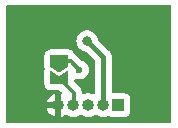
<source format=gbl>
%TF.GenerationSoftware,KiCad,Pcbnew,(5.99.0-9986-gea87f52d5a)*%
%TF.CreationDate,2021-05-05T12:52:16-03:00*%
%TF.ProjectId,Sensors_V2,53656e73-6f72-4735-9f56-322e6b696361,rev?*%
%TF.SameCoordinates,Original*%
%TF.FileFunction,Copper,L2,Bot*%
%TF.FilePolarity,Positive*%
%FSLAX46Y46*%
G04 Gerber Fmt 4.6, Leading zero omitted, Abs format (unit mm)*
G04 Created by KiCad (PCBNEW (5.99.0-9986-gea87f52d5a)) date 2021-05-05 12:52:16*
%MOMM*%
%LPD*%
G01*
G04 APERTURE LIST*
G04 Aperture macros list*
%AMFreePoly0*
4,1,6,1.000000,0.000000,0.500000,-0.750000,-0.500000,-0.750000,-0.500000,0.750000,0.500000,0.750000,1.000000,0.000000,1.000000,0.000000,$1*%
%AMFreePoly1*
4,1,6,0.500000,-0.750000,-0.650000,-0.750000,-0.150000,0.000000,-0.650000,0.750000,0.500000,0.750000,0.500000,-0.750000,0.500000,-0.750000,$1*%
G04 Aperture macros list end*
%TA.AperFunction,ComponentPad*%
%ADD10R,1.000000X1.000000*%
%TD*%
%TA.AperFunction,ComponentPad*%
%ADD11O,1.000000X1.000000*%
%TD*%
%TA.AperFunction,SMDPad,CuDef*%
%ADD12FreePoly0,270.000000*%
%TD*%
%TA.AperFunction,SMDPad,CuDef*%
%ADD13FreePoly1,270.000000*%
%TD*%
%TA.AperFunction,ViaPad*%
%ADD14C,0.600000*%
%TD*%
%TA.AperFunction,ViaPad*%
%ADD15C,0.800000*%
%TD*%
%TA.AperFunction,Conductor*%
%ADD16C,0.400000*%
%TD*%
%TA.AperFunction,Conductor*%
%ADD17C,0.350000*%
%TD*%
G04 APERTURE END LIST*
D10*
%TO.P,J1,1,Pin_1*%
%TO.N,+5V*%
X145000000Y-86000000D03*
D11*
%TO.P,J1,2,Pin_2*%
%TO.N,+12V*%
X143730000Y-86000000D03*
%TO.P,J1,3,Pin_3*%
%TO.N,/IN*%
X142460000Y-86000000D03*
%TO.P,J1,4,Pin_4*%
%TO.N,Net-(J1-Pad4)*%
X141190000Y-86000000D03*
%TO.P,J1,5,Pin_5*%
%TO.N,GND*%
X139920000Y-86000000D03*
%TD*%
D12*
%TO.P,JP1,1,1*%
%TO.N,Net-(JP1-Pad1)*%
X140000000Y-82275000D03*
D13*
%TO.P,JP1,2,2*%
%TO.N,Net-(J1-Pad4)*%
X140000000Y-83725000D03*
%TD*%
D14*
%TO.N,GND*%
X147500000Y-79800000D03*
D15*
%TO.N,+12V*%
X142350000Y-80550000D03*
D14*
%TO.N,Net-(JP1-Pad1)*%
X141700000Y-83000000D03*
%TD*%
D16*
%TO.N,+12V*%
X143730000Y-86000000D02*
X143730000Y-81930000D01*
X143730000Y-81930000D02*
X142350000Y-80550000D01*
D17*
%TO.N,Net-(JP1-Pad1)*%
X140975000Y-82275000D02*
X140000000Y-82275000D01*
X141700000Y-83000000D02*
X140975000Y-82275000D01*
%TO.N,Net-(J1-Pad4)*%
X140000000Y-83725000D02*
X141200000Y-84925000D01*
X141200000Y-85990000D02*
X141190000Y-86000000D01*
X141200000Y-84925000D02*
X141200000Y-85990000D01*
%TD*%
%TA.AperFunction,Conductor*%
%TO.N,GND*%
G36*
X149434121Y-77528002D02*
G01*
X149480614Y-77581658D01*
X149492000Y-77634000D01*
X149492000Y-87366000D01*
X149471998Y-87434121D01*
X149418342Y-87480614D01*
X149366000Y-87492000D01*
X135634000Y-87492000D01*
X135565879Y-87471998D01*
X135519386Y-87418342D01*
X135508000Y-87366000D01*
X135508000Y-86265975D01*
X138947473Y-86265975D01*
X138976436Y-86366983D01*
X138980955Y-86378395D01*
X139065688Y-86543268D01*
X139072335Y-86553581D01*
X139187480Y-86698858D01*
X139196003Y-86707684D01*
X139337175Y-86827831D01*
X139347247Y-86834831D01*
X139509066Y-86925268D01*
X139520306Y-86930179D01*
X139648769Y-86971919D01*
X139662867Y-86972322D01*
X139666000Y-86965950D01*
X139666000Y-86272115D01*
X139661525Y-86256876D01*
X139660135Y-86255671D01*
X139652452Y-86254000D01*
X138962154Y-86254000D01*
X138948623Y-86257973D01*
X138947473Y-86265975D01*
X135508000Y-86265975D01*
X135508000Y-85742832D01*
X138948073Y-85742832D01*
X138954632Y-85746000D01*
X139647885Y-85746000D01*
X139663124Y-85741525D01*
X139664329Y-85740135D01*
X139666000Y-85732452D01*
X139666000Y-85041948D01*
X139662027Y-85028417D01*
X139654232Y-85027297D01*
X139546443Y-85059021D01*
X139535059Y-85063620D01*
X139370778Y-85149504D01*
X139360517Y-85156218D01*
X139216041Y-85272380D01*
X139207281Y-85280958D01*
X139088119Y-85422970D01*
X139081193Y-85433084D01*
X138991882Y-85595542D01*
X138987054Y-85606806D01*
X138948377Y-85728731D01*
X138948073Y-85742832D01*
X135508000Y-85742832D01*
X135508000Y-81775000D01*
X138736500Y-81775000D01*
X138736500Y-82775000D01*
X138740570Y-82839528D01*
X138753155Y-82885214D01*
X138756398Y-82936605D01*
X138736500Y-83075000D01*
X138736500Y-84225000D01*
X138741727Y-84298079D01*
X138743631Y-84304562D01*
X138779761Y-84427611D01*
X138782904Y-84438316D01*
X138787775Y-84445895D01*
X138857051Y-84553691D01*
X138857053Y-84553694D01*
X138861923Y-84561271D01*
X138868733Y-84567172D01*
X138965569Y-84651082D01*
X138965572Y-84651084D01*
X138972381Y-84656984D01*
X138980579Y-84660728D01*
X139000186Y-84669682D01*
X139105330Y-84717700D01*
X139114245Y-84718982D01*
X139114246Y-84718982D01*
X139245552Y-84737861D01*
X139245559Y-84737862D01*
X139250000Y-84738500D01*
X139994695Y-84738500D01*
X140062816Y-84758502D01*
X140083790Y-84775405D01*
X140165730Y-84857345D01*
X140199756Y-84919657D01*
X140194691Y-84990472D01*
X140190473Y-85000449D01*
X140174000Y-85035170D01*
X140174000Y-86957691D01*
X140177973Y-86971222D01*
X140186188Y-86972403D01*
X140280390Y-86946101D01*
X140291823Y-86941667D01*
X140457296Y-86858080D01*
X140467648Y-86851511D01*
X140476085Y-86844919D01*
X140542079Y-86818739D01*
X140615129Y-86834217D01*
X140784246Y-86928734D01*
X140972366Y-86989857D01*
X141168775Y-87013278D01*
X141174910Y-87012806D01*
X141174912Y-87012806D01*
X141359850Y-86998576D01*
X141359854Y-86998575D01*
X141365992Y-86998103D01*
X141556507Y-86944910D01*
X141733060Y-86855726D01*
X141746560Y-86845179D01*
X141812551Y-86819002D01*
X141885600Y-86834481D01*
X142054246Y-86928734D01*
X142242366Y-86989857D01*
X142438775Y-87013278D01*
X142444910Y-87012806D01*
X142444912Y-87012806D01*
X142629850Y-86998576D01*
X142629854Y-86998575D01*
X142635992Y-86998103D01*
X142826507Y-86944910D01*
X143003060Y-86855726D01*
X143016560Y-86845179D01*
X143082551Y-86819002D01*
X143155600Y-86834481D01*
X143324246Y-86928734D01*
X143512366Y-86989857D01*
X143708775Y-87013278D01*
X143714910Y-87012806D01*
X143714912Y-87012806D01*
X143899850Y-86998576D01*
X143899854Y-86998575D01*
X143905992Y-86998103D01*
X144096507Y-86944910D01*
X144102005Y-86942133D01*
X144102012Y-86942130D01*
X144115652Y-86935240D01*
X144185474Y-86922379D01*
X144224805Y-86933091D01*
X144344936Y-86987953D01*
X144355330Y-86992700D01*
X144364245Y-86993982D01*
X144364246Y-86993982D01*
X144495552Y-87012861D01*
X144495559Y-87012862D01*
X144500000Y-87013500D01*
X145500000Y-87013500D01*
X145573079Y-87008273D01*
X145651165Y-86985345D01*
X145704670Y-86969635D01*
X145704672Y-86969634D01*
X145713316Y-86967096D01*
X145762885Y-86935240D01*
X145828691Y-86892949D01*
X145828694Y-86892947D01*
X145836271Y-86888077D01*
X145842172Y-86881267D01*
X145926082Y-86784431D01*
X145926084Y-86784428D01*
X145931984Y-86777619D01*
X145992700Y-86644670D01*
X145993982Y-86635754D01*
X146012861Y-86504448D01*
X146012862Y-86504441D01*
X146013500Y-86500000D01*
X146013500Y-85500000D01*
X146008273Y-85426921D01*
X145967096Y-85286684D01*
X145941754Y-85247252D01*
X145892949Y-85171309D01*
X145892947Y-85171306D01*
X145888077Y-85163729D01*
X145871661Y-85149504D01*
X145784431Y-85073918D01*
X145784428Y-85073916D01*
X145777619Y-85068016D01*
X145757923Y-85059021D01*
X145652864Y-85011042D01*
X145652863Y-85011042D01*
X145644670Y-85007300D01*
X145635755Y-85006018D01*
X145635754Y-85006018D01*
X145504448Y-84987139D01*
X145504441Y-84987138D01*
X145500000Y-84986500D01*
X144564500Y-84986500D01*
X144496379Y-84966498D01*
X144449886Y-84912842D01*
X144438500Y-84860500D01*
X144438500Y-81955954D01*
X144438792Y-81947383D01*
X144442006Y-81900235D01*
X144442523Y-81892659D01*
X144431534Y-81829691D01*
X144430574Y-81823188D01*
X144428771Y-81808283D01*
X144422904Y-81759806D01*
X144420218Y-81752698D01*
X144419577Y-81750088D01*
X144415130Y-81733831D01*
X144414355Y-81731263D01*
X144413048Y-81723776D01*
X144393993Y-81680368D01*
X144387376Y-81665294D01*
X144384883Y-81659186D01*
X144364992Y-81606546D01*
X144364992Y-81606545D01*
X144362306Y-81599438D01*
X144358000Y-81593173D01*
X144356750Y-81590782D01*
X144348567Y-81576080D01*
X144347193Y-81573757D01*
X144344139Y-81566799D01*
X144339514Y-81560772D01*
X144339512Y-81560768D01*
X144305254Y-81516122D01*
X144301376Y-81510785D01*
X144269506Y-81464413D01*
X144269505Y-81464412D01*
X144265204Y-81458154D01*
X144251910Y-81446309D01*
X144221318Y-81419053D01*
X144216042Y-81414072D01*
X143284660Y-80482690D01*
X143250634Y-80420378D01*
X143248445Y-80406764D01*
X143244228Y-80366637D01*
X143244228Y-80366636D01*
X143243538Y-80360073D01*
X143184524Y-80178446D01*
X143089037Y-80013058D01*
X142961251Y-79871137D01*
X142955909Y-79867256D01*
X142955907Y-79867254D01*
X142812092Y-79762767D01*
X142812091Y-79762766D01*
X142806750Y-79758886D01*
X142800722Y-79756202D01*
X142800720Y-79756201D01*
X142638318Y-79683895D01*
X142638317Y-79683895D01*
X142632287Y-79681210D01*
X142538887Y-79661357D01*
X142451944Y-79642876D01*
X142451939Y-79642876D01*
X142445487Y-79641504D01*
X142254513Y-79641504D01*
X142248061Y-79642876D01*
X142248056Y-79642876D01*
X142161113Y-79661357D01*
X142067713Y-79681210D01*
X142061683Y-79683895D01*
X142061682Y-79683895D01*
X141899280Y-79756201D01*
X141899278Y-79756202D01*
X141893250Y-79758886D01*
X141887909Y-79762766D01*
X141887908Y-79762767D01*
X141744093Y-79867254D01*
X141744091Y-79867256D01*
X141738749Y-79871137D01*
X141610963Y-80013058D01*
X141515476Y-80178446D01*
X141456462Y-80360073D01*
X141455772Y-80366636D01*
X141455772Y-80366637D01*
X141437190Y-80543435D01*
X141436500Y-80550000D01*
X141456462Y-80739927D01*
X141515476Y-80921554D01*
X141610963Y-81086942D01*
X141738749Y-81228863D01*
X141744091Y-81232744D01*
X141744093Y-81232746D01*
X141887908Y-81337233D01*
X141893250Y-81341114D01*
X141899278Y-81343798D01*
X141899280Y-81343799D01*
X142011434Y-81393733D01*
X142067713Y-81418790D01*
X142161518Y-81438729D01*
X142220564Y-81451280D01*
X142283462Y-81485432D01*
X142984595Y-82186565D01*
X143018621Y-82248877D01*
X143021500Y-82275660D01*
X143021500Y-84947636D01*
X143001498Y-85015757D01*
X142947842Y-85062250D01*
X142877568Y-85072354D01*
X142852809Y-85065491D01*
X142852747Y-85065692D01*
X142663792Y-85007200D01*
X142657674Y-85006557D01*
X142657669Y-85006556D01*
X142473205Y-84987169D01*
X142473203Y-84987169D01*
X142467076Y-84986525D01*
X142384226Y-84994065D01*
X142276228Y-85003893D01*
X142276225Y-85003894D01*
X142270089Y-85004452D01*
X142264183Y-85006190D01*
X142264179Y-85006191D01*
X142142688Y-85041948D01*
X142080336Y-85060299D01*
X142074875Y-85063154D01*
X142074870Y-85063156D01*
X142067872Y-85066814D01*
X141998236Y-85080647D01*
X141932176Y-85054635D01*
X141890666Y-84997038D01*
X141883500Y-84955151D01*
X141883500Y-84952747D01*
X141883792Y-84944177D01*
X141887040Y-84896542D01*
X141887040Y-84896538D01*
X141887556Y-84888966D01*
X141876976Y-84828341D01*
X141876016Y-84821838D01*
X141869539Y-84768311D01*
X141869538Y-84768308D01*
X141868626Y-84760770D01*
X141865942Y-84753668D01*
X141864738Y-84748765D01*
X141861879Y-84738317D01*
X141860420Y-84733483D01*
X141859114Y-84726002D01*
X141834392Y-84669681D01*
X141831900Y-84663577D01*
X141812836Y-84613126D01*
X141812835Y-84613125D01*
X141810151Y-84606021D01*
X141805848Y-84599761D01*
X141803481Y-84595233D01*
X141798246Y-84585828D01*
X141795673Y-84581477D01*
X141792621Y-84574524D01*
X141787999Y-84568501D01*
X141787997Y-84568497D01*
X141755156Y-84525697D01*
X141751280Y-84520363D01*
X141716451Y-84469687D01*
X141671931Y-84430021D01*
X141666656Y-84425041D01*
X141300405Y-84058790D01*
X141266379Y-83996478D01*
X141263500Y-83969695D01*
X141263500Y-83881484D01*
X141283502Y-83813363D01*
X141337158Y-83766870D01*
X141407432Y-83756766D01*
X141433420Y-83763387D01*
X141496589Y-83786879D01*
X141496593Y-83786880D01*
X141503197Y-83789336D01*
X141510178Y-83790267D01*
X141510180Y-83790268D01*
X141559766Y-83796884D01*
X141682963Y-83813322D01*
X141689974Y-83812684D01*
X141689978Y-83812684D01*
X141830059Y-83799934D01*
X141863577Y-83796884D01*
X141870279Y-83794706D01*
X141870281Y-83794706D01*
X142029361Y-83743018D01*
X142029364Y-83743017D01*
X142036060Y-83740841D01*
X142191841Y-83647977D01*
X142323177Y-83522908D01*
X142423540Y-83371849D01*
X142487942Y-83202309D01*
X142513183Y-83022714D01*
X142513500Y-83000000D01*
X142493284Y-82819770D01*
X142477694Y-82775000D01*
X142435959Y-82655155D01*
X142433641Y-82648498D01*
X142337535Y-82494696D01*
X142209742Y-82366009D01*
X142056615Y-82268831D01*
X141895189Y-82211350D01*
X141848362Y-82181747D01*
X141477936Y-81811321D01*
X141472082Y-81805055D01*
X141440690Y-81769070D01*
X141435696Y-81763345D01*
X141385367Y-81727973D01*
X141380072Y-81724040D01*
X141337637Y-81690767D01*
X141331662Y-81686082D01*
X141324743Y-81682958D01*
X141320467Y-81680368D01*
X141310980Y-81674957D01*
X141306563Y-81672589D01*
X141300351Y-81668223D01*
X141293278Y-81665465D01*
X141286582Y-81661875D01*
X141288062Y-81659114D01*
X141243166Y-81624484D01*
X141224217Y-81585938D01*
X141217096Y-81561684D01*
X141184385Y-81510785D01*
X141142949Y-81446309D01*
X141142947Y-81446306D01*
X141138077Y-81438729D01*
X141115370Y-81419053D01*
X141034431Y-81348918D01*
X141034428Y-81348916D01*
X141027619Y-81343016D01*
X140894670Y-81282300D01*
X140885755Y-81281018D01*
X140885754Y-81281018D01*
X140754448Y-81262139D01*
X140754441Y-81262138D01*
X140750000Y-81261500D01*
X139250000Y-81261500D01*
X139176921Y-81266727D01*
X139123884Y-81282300D01*
X139045330Y-81305365D01*
X139045328Y-81305366D01*
X139036684Y-81307904D01*
X139029105Y-81312775D01*
X138921309Y-81382051D01*
X138921306Y-81382053D01*
X138913729Y-81386923D01*
X138907828Y-81393733D01*
X138823918Y-81490569D01*
X138823916Y-81490572D01*
X138818016Y-81497381D01*
X138814272Y-81505579D01*
X138777576Y-81585933D01*
X138757300Y-81630330D01*
X138756018Y-81639245D01*
X138756018Y-81639246D01*
X138737139Y-81770552D01*
X138737138Y-81770559D01*
X138736500Y-81775000D01*
X135508000Y-81775000D01*
X135508000Y-77634000D01*
X135528002Y-77565879D01*
X135581658Y-77519386D01*
X135634000Y-77508000D01*
X149366000Y-77508000D01*
X149434121Y-77528002D01*
G37*
%TD.AperFunction*%
%TD*%
M02*

</source>
